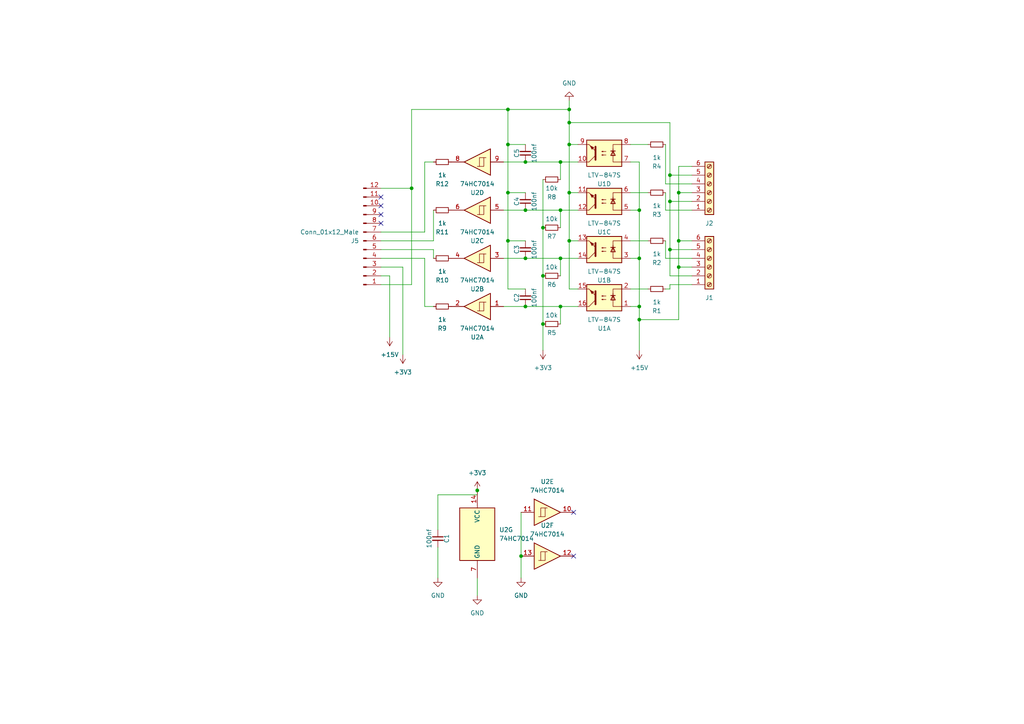
<source format=kicad_sch>
(kicad_sch (version 20230121) (generator eeschema)
  (paper "A4")
  (title_block (title "4 Channel Optocoupled Input with Schmitt Trigger Module") (date "2022-04-17") (rev "V1.2") (company "Torban Consulting") (comment 1 "Torban Peterson") (comment 2 "Cameron Eccleston"))
  (lib_symbols
    (symbol "74HC7014_1"
      (property "Reference" "U2" (at 6.35 1.2701 0))
      (property "Value" "74HC7014_1" (at 6.35 -1.2699 0))
      (symbol "74HC7014_1_1_1"
        (polyline (pts (xy -1.905 -1.27) (xy -1.905 1.27) (xy -0.635 1.27)))
        (polyline (pts (xy -3.81 3.81) (xy -3.81 -3.81) (xy 3.81 0) (xy -3.81 3.81)) (stroke (width 0.254)) (fill (type background)))
        (polyline (pts (xy -2.54 -1.27) (xy -0.635 -1.27) (xy -0.635 1.27) (xy 0 1.27)))
        (pin input line (at -7.62 0 0) (length 3.81) (name "~") (number "1"))
        (pin output line (at 7.62 0 180) (length 3.81) (name "~") (number "2"))
      )
      (symbol "74HC7014_1_2_1"
        (polyline (pts (xy -1.905 -1.27) (xy -1.905 1.27) (xy -0.635 1.27)))
        (polyline (pts (xy -3.81 3.81) (xy -3.81 -3.81) (xy 3.81 0) (xy -3.81 3.81)) (stroke (width 0.254)) (fill (type background)))
        (polyline (pts (xy -2.54 -1.27) (xy -0.635 -1.27) (xy -0.635 1.27) (xy 0 1.27)))
        (pin input line (at -7.62 0 0) (length 3.81) (name "~") (number "3"))
        (pin output line (at 7.62 0 180) (length 3.81) (name "~") (number "4"))
      )
      (symbol "74HC7014_1_3_1"
        (polyline (pts (xy -1.905 -1.27) (xy -1.905 1.27) (xy -0.635 1.27)))
        (polyline (pts (xy -3.81 3.81) (xy -3.81 -3.81) (xy 3.81 0) (xy -3.81 3.81)) (stroke (width 0.254)) (fill (type background)))
        (polyline (pts (xy -2.54 -1.27) (xy -0.635 -1.27) (xy -0.635 1.27) (xy 0 1.27)))
        (pin input line (at -7.62 0 0) (length 3.81) (name "~") (number "5"))
        (pin output line (at 7.62 0 180) (length 3.81) (name "~") (number "6"))
      )
      (symbol "74HC7014_1_4_1"
        (polyline (pts (xy -1.905 -1.27) (xy -1.905 1.27) (xy -0.635 1.27)))
        (polyline (pts (xy -3.81 3.81) (xy -3.81 -3.81) (xy 3.81 0) (xy -3.81 3.81)) (stroke (width 0.254)) (fill (type background)))
        (polyline (pts (xy -2.54 -1.27) (xy -0.635 -1.27) (xy -0.635 1.27) (xy 0 1.27)))
        (pin output line (at 7.62 0 180) (length 3.81) (name "~") (number "8"))
        (pin input line (at -7.62 0 0) (length 3.81) (name "~") (number "9"))
      )
      (symbol "74HC7014_1_5_1"
        (polyline (pts (xy -1.905 -1.27) (xy -1.905 1.27) (xy -0.635 1.27)))
        (polyline (pts (xy -3.81 3.81) (xy -3.81 -3.81) (xy 3.81 0) (xy -3.81 3.81)) (stroke (width 0.254)) (fill (type background)))
        (polyline (pts (xy -2.54 -1.27) (xy -0.635 -1.27) (xy -0.635 1.27) (xy 0 1.27)))
        (pin output line (at 7.62 0 180) (length 3.81) (name "~") (number "10"))
        (pin input line (at -7.62 0 0) (length 3.81) (name "~") (number "11"))
      )
      (symbol "74HC7014_1_6_1"
        (polyline (pts (xy -1.905 -1.27) (xy -1.905 1.27) (xy -0.635 1.27)))
        (polyline (pts (xy -3.81 3.81) (xy -3.81 -3.81) (xy 3.81 0) (xy -3.81 3.81)) (stroke (width 0.254)) (fill (type background)))
        (polyline (pts (xy -2.54 -1.27) (xy -0.635 -1.27) (xy -0.635 1.27) (xy 0 1.27)))
        (pin output line (at 7.62 0 180) (length 3.81) (name "~") (number "12"))
        (pin input line (at -7.62 0 0) (length 3.81) (name "~") (number "13"))
      )
      (symbol "74HC7014_1_7_1"
        (rectangle (start -5.08 7.62) (end 5.08 -7.62) (stroke (width 0.254)) (fill (type background)))
        (pin power_in line (at 0 12.7 270) (length 5.08) (name "VCC") (number "14"))
        (pin power_out line (at 0 -12.7 90) (length 5.08) (name "GND") (number "7"))
      )
    )
    (symbol "74xx:74HC7014"
      (property "Reference" "U" (at 0 1.27 0))
      (property "Value" "74HC7014" (at 0 -1.27 0))
      (symbol "74HC7014_1_1"
        (polyline (pts (xy -1.905 -1.27) (xy -1.905 1.27) (xy -0.635 1.27)))
        (polyline (pts (xy -3.81 3.81) (xy -3.81 -3.81) (xy 3.81 0) (xy -3.81 3.81)) (stroke (width 0.254)) (fill (type background)))
        (polyline (pts (xy -2.54 -1.27) (xy -0.635 -1.27) (xy -0.635 1.27) (xy 0 1.27)))
        (pin input line (at -7.62 0 0) (length 3.81) (name "~") (number "1"))
        (pin output line (at 7.62 0 180) (length 3.81) (name "~") (number "2"))
      )
      (symbol "74HC7014_2_1"
        (polyline (pts (xy -1.905 -1.27) (xy -1.905 1.27) (xy -0.635 1.27)))
        (polyline (pts (xy -3.81 3.81) (xy -3.81 -3.81) (xy 3.81 0) (xy -3.81 3.81)) (stroke (width 0.254)) (fill (type background)))
        (polyline (pts (xy -2.54 -1.27) (xy -0.635 -1.27) (xy -0.635 1.27) (xy 0 1.27)))
        (pin input line (at -7.62 0 0) (length 3.81) (name "~") (number "3"))
        (pin output line (at 7.62 0 180) (length 3.81) (name "~") (number "4"))
      )
      (symbol "74HC7014_3_1"
        (polyline (pts (xy -1.905 -1.27) (xy -1.905 1.27) (xy -0.635 1.27)))
        (polyline (pts (xy -3.81 3.81) (xy -3.81 -3.81) (xy 3.81 0) (xy -3.81 3.81)) (stroke (width 0.254)) (fill (type background)))
        (polyline (pts (xy -2.54 -1.27) (xy -0.635 -1.27) (xy -0.635 1.27) (xy 0 1.27)))
        (pin input line (at -7.62 0 0) (length 3.81) (name "~") (number "5"))
        (pin output line (at 7.62 0 180) (length 3.81) (name "~") (number "6"))
      )
      (symbol "74HC7014_4_1"
        (polyline (pts (xy -1.905 -1.27) (xy -1.905 1.27) (xy -0.635 1.27)))
        (polyline (pts (xy -3.81 3.81) (xy -3.81 -3.81) (xy 3.81 0) (xy -3.81 3.81)) (stroke (width 0.254)) (fill (type background)))
        (polyline (pts (xy -2.54 -1.27) (xy -0.635 -1.27) (xy -0.635 1.27) (xy 0 1.27)))
        (pin output line (at 7.62 0 180) (length 3.81) (name "~") (number "8"))
        (pin input line (at -7.62 0 0) (length 3.81) (name "~") (number "9"))
      )
      (symbol "74HC7014_5_1"
        (polyline (pts (xy -1.905 -1.27) (xy -1.905 1.27) (xy -0.635 1.27)))
        (polyline (pts (xy -3.81 3.81) (xy -3.81 -3.81) (xy 3.81 0) (xy -3.81 3.81)) (stroke (width 0.254)) (fill (type background)))
        (polyline (pts (xy -2.54 -1.27) (xy -0.635 -1.27) (xy -0.635 1.27) (xy 0 1.27)))
        (pin output line (at 7.62 0 180) (length 3.81) (name "~") (number "10"))
        (pin input line (at -7.62 0 0) (length 3.81) (name "~") (number "11"))
      )
      (symbol "74HC7014_6_1"
        (polyline (pts (xy -1.905 -1.27) (xy -1.905 1.27) (xy -0.635 1.27)))
        (polyline (pts (xy -3.81 3.81) (xy -3.81 -3.81) (xy 3.81 0) (xy -3.81 3.81)) (stroke (width 0.254)) (fill (type background)))
        (polyline (pts (xy -2.54 -1.27) (xy -0.635 -1.27) (xy -0.635 1.27) (xy 0 1.27)))
        (pin output line (at 7.62 0 180) (length 3.81) (name "~") (number "12"))
        (pin input line (at -7.62 0 0) (length 3.81) (name "~") (number "13"))
      )
      (symbol "74HC7014_7_1"
        (rectangle (start -5.08 7.62) (end 5.08 -7.62) (stroke (width 0.254)) (fill (type background)))
        (pin power_in line (at 0 12.7 270) (length 5.08) (name "VCC") (number "14"))
        (pin power_in line (at 0 -12.7 90) (length 5.08) (name "GND") (number "7"))
      )
    )
    (symbol "Connector:Conn_01x12_Male" (pin_names (offset 1.016) hide)
      (property "Reference" "J" (at 0 15.24 0))
      (property "Value" "Conn_01x12_Male" (at 0 -17.78 0))
      (symbol "Conn_01x12_Male_1_1"
        (polyline (pts (xy 1.27 -15.24) (xy 0.8636 -15.24)) (stroke (width 0.1524)))
        (polyline (pts (xy 1.27 -12.7) (xy 0.8636 -12.7)) (stroke (width 0.1524)))
        (polyline (pts (xy 1.27 -10.16) (xy 0.8636 -10.16)) (stroke (width 0.1524)))
        (polyline (pts (xy 1.27 -7.62) (xy 0.8636 -7.62)) (stroke (width 0.1524)))
        (polyline (pts (xy 1.27 -5.08) (xy 0.8636 -5.08)) (stroke (width 0.1524)))
        (polyline (pts (xy 1.27 -2.54) (xy 0.8636 -2.54)) (stroke (width 0.1524)))
        (polyline (pts (xy 1.27 0) (xy 0.8636 0)) (stroke (width 0.1524)))
        (polyline (pts (xy 1.27 2.54) (xy 0.8636 2.54)) (stroke (width 0.1524)))
        (polyline (pts (xy 1.27 5.08) (xy 0.8636 5.08)) (stroke (width 0.1524)))
        (polyline (pts (xy 1.27 7.62) (xy 0.8636 7.62)) (stroke (width 0.1524)))
        (polyline (pts (xy 1.27 10.16) (xy 0.8636 10.16)) (stroke (width 0.1524)))
        (polyline (pts (xy 1.27 12.7) (xy 0.8636 12.7)) (stroke (width 0.1524)))
        (rectangle (start 0.8636 -15.113) (end 0 -15.367) (stroke (width 0.1524)) (fill (type outline)))
        (rectangle (start 0.8636 -12.573) (end 0 -12.827) (stroke (width 0.1524)) (fill (type outline)))
        (rectangle (start 0.8636 -10.033) (end 0 -10.287) (stroke (width 0.1524)) (fill (type outline)))
        (rectangle (start 0.8636 -7.493) (end 0 -7.747) (stroke (width 0.1524)) (fill (type outline)))
        (rectangle (start 0.8636 -4.953) (end 0 -5.207) (stroke (width 0.1524)) (fill (type outline)))
        (rectangle (start 0.8636 -2.413) (end 0 -2.667) (stroke (width 0.1524)) (fill (type outline)))
        (rectangle (start 0.8636 0.127) (end 0 -0.127) (stroke (width 0.1524)) (fill (type outline)))
        (rectangle (start 0.8636 2.667) (end 0 2.413) (stroke (width 0.1524)) (fill (type outline)))
        (rectangle (start 0.8636 5.207) (end 0 4.953) (stroke (width 0.1524)) (fill (type outline)))
        (rectangle (start 0.8636 7.747) (end 0 7.493) (stroke (width 0.1524)) (fill (type outline)))
        (rectangle (start 0.8636 10.287) (end 0 10.033) (stroke (width 0.1524)) (fill (type outline)))
        (rectangle (start 0.8636 12.827) (end 0 12.573) (stroke (width 0.1524)) (fill (type outline)))
        (pin passive line (at 5.08 12.7 180) (length 3.81) (name "Pin_1") (number "1"))
        (pin passive line (at 5.08 -10.16 180) (length 3.81) (name "Pin_10") (number "10"))
        (pin passive line (at 5.08 -12.7 180) (length 3.81) (name "Pin_11") (number "11"))
        (pin passive line (at 5.08 -15.24 180) (length 3.81) (name "Pin_12") (number "12"))
        (pin passive line (at 5.08 10.16 180) (length 3.81) (name "Pin_2") (number "2"))
        (pin passive line (at 5.08 7.62 180) (length 3.81) (name "Pin_3") (number "3"))
        (pin passive line (at 5.08 5.08 180) (length 3.81) (name "Pin_4") (number "4"))
        (pin passive line (at 5.08 2.54 180) (length 3.81) (name "Pin_5") (number "5"))
        (pin passive line (at 5.08 0 180) (length 3.81) (name "Pin_6") (number "6"))
        (pin passive line (at 5.08 -2.54 180) (length 3.81) (name "Pin_7") (number "7"))
        (pin passive line (at 5.08 -5.08 180) (length 3.81) (name "Pin_8") (number "8"))
        (pin passive line (at 5.08 -7.62 180) (length 3.81) (name "Pin_9") (number "9"))
      )
    )
    (symbol "Connector:Screw_Terminal_01x06" (pin_names (offset 1.016) hide)
      (property "Reference" "J" (at 0 7.62 0))
      (property "Value" "Screw_Terminal_01x06" (at 0 -10.16 0))
      (symbol "Screw_Terminal_01x06_1_1"
        (rectangle (start -1.27 6.35) (end 1.27 -8.89) (stroke (width 0.254)) (fill (type background)))
        (circle (center 0 -7.62) (radius 0.635) (stroke (width 0.1524)))
        (circle (center 0 -5.08) (radius 0.635) (stroke (width 0.1524)))
        (circle (center 0 -2.54) (radius 0.635) (stroke (width 0.1524)))
        (polyline (pts (xy -0.5334 -7.2898) (xy 0.3302 -8.128)) (stroke (width 0.1524)))
        (polyline (pts (xy -0.5334 -4.7498) (xy 0.3302 -5.588)) (stroke (width 0.1524)))
        (polyline (pts (xy -0.5334 -2.2098) (xy 0.3302 -3.048)) (stroke (width 0.1524)))
        (polyline (pts (xy -0.5334 0.3302) (xy 0.3302 -0.508)) (stroke (width 0.1524)))
        (polyline (pts (xy -0.5334 2.8702) (xy 0.3302 2.032)) (stroke (width 0.1524)))
        (polyline (pts (xy -0.5334 5.4102) (xy 0.3302 4.572)) (stroke (width 0.1524)))
        (polyline (pts (xy -0.3556 -7.112) (xy 0.508 -7.9502)) (stroke (width 0.1524)))
        (polyline (pts (xy -0.3556 -4.572) (xy 0.508 -5.4102)) (stroke (width 0.1524)))
        (polyline (pts (xy -0.3556 -2.032) (xy 0.508 -2.8702)) (stroke (width 0.1524)))
        (polyline (pts (xy -0.3556 0.508) (xy 0.508 -0.3302)) (stroke (width 0.1524)))
        (polyline (pts (xy -0.3556 3.048) (xy 0.508 2.2098)) (stroke (width 0.1524)))
        (polyline (pts (xy -0.3556 5.588) (xy 0.508 4.7498)) (stroke (width 0.1524)))
        (circle (center 0 0) (radius 0.635) (stroke (width 0.1524)))
        (circle (center 0 2.54) (radius 0.635) (stroke (width 0.1524)))
        (circle (center 0 5.08) (radius 0.635) (stroke (width 0.1524)))
        (pin passive line (at -5.08 5.08 0) (length 3.81) (name "Pin_1") (number "1"))
        (pin passive line (at -5.08 2.54 0) (length 3.81) (name "Pin_2") (number "2"))
        (pin passive line (at -5.08 0 0) (length 3.81) (name "Pin_3") (number "3"))
        (pin passive line (at -5.08 -2.54 0) (length 3.81) (name "Pin_4") (number "4"))
        (pin passive line (at -5.08 -5.08 0) (length 3.81) (name "Pin_5") (number "5"))
        (pin passive line (at -5.08 -7.62 0) (length 3.81) (name "Pin_6") (number "6"))
      )
    )
    (symbol "Device:C_Small" (pin_numbers hide) (pin_names (offset 0.254) hide)
      (property "Reference" "C" (at 0.254 1.778 0))
      (property "Value" "C_Small" (at 0.254 -2.032 0))
      (symbol "C_Small_0_1"
        (polyline (pts (xy -1.524 -0.508) (xy 1.524 -0.508)) (stroke (width 0.3302)))
        (polyline (pts (xy -1.524 0.508) (xy 1.524 0.508)) (stroke (width 0.3048)))
      )
      (symbol "C_Small_1_1"
        (pin passive line (at 0 2.54 270) (length 2.032) (name "~") (number "1"))
        (pin passive line (at 0 -2.54 90) (length 2.032) (name "~") (number "2"))
      )
    )
    (symbol "Device:R_Small" (pin_numbers hide) (pin_names (offset 0.254) hide)
      (property "Reference" "R" (at 0.762 0.508 0))
      (property "Value" "R_Small" (at 0.762 -1.016 0))
      (symbol "R_Small_0_1"
        (rectangle (start -0.762 1.778) (end 0.762 -1.778) (stroke (width 0.2032)))
      )
      (symbol "R_Small_1_1"
        (pin passive line (at 0 2.54 270) (length 0.762) (name "~") (number "1"))
        (pin passive line (at 0 -2.54 90) (length 0.762) (name "~") (number "2"))
      )
    )
    (symbol "Isolator:LTV-847S" (pin_names (offset 1.016))
      (property "Reference" "U" (at -3.81 5.08 0))
      (property "Value" "LTV-847S" (at 0 -5.08 0))
      (symbol "LTV-847S_0_1"
        (rectangle (start -5.08 3.81) (end 5.08 -3.81) (stroke (width 0.254)) (fill (type background)))
        (polyline (pts (xy -3.175 -0.635) (xy -1.905 -0.635)) (stroke (width 0.254)))
        (polyline (pts (xy 2.54 0.635) (xy 4.445 2.54)))
        (polyline (pts (xy 4.445 -2.54) (xy 2.54 -0.635)) (fill (type outline)))
        (polyline (pts (xy 4.445 -2.54) (xy 5.08 -2.54)))
        (polyline (pts (xy 4.445 2.54) (xy 5.08 2.54)))
        (polyline (pts (xy -2.54 -0.635) (xy -2.54 -2.54) (xy -5.08 -2.54)))
        (polyline (pts (xy 2.54 1.905) (xy 2.54 -1.905) (xy 2.54 -1.905)) (stroke (width 0.508)))
        (polyline (pts (xy -5.08 2.54) (xy -2.54 2.54) (xy -2.54 -1.27) (xy -2.54 0.635)))
        (polyline (pts (xy -2.54 -0.635) (xy -3.175 0.635) (xy -1.905 0.635) (xy -2.54 -0.635)) (stroke (width 0.254)))
        (polyline (pts (xy -0.508 -0.508) (xy 0.762 -0.508) (xy 0.381 -0.635) (xy 0.381 -0.381) (xy 0.762 -0.508)))
        (polyline (pts (xy -0.508 0.508) (xy 0.762 0.508) (xy 0.381 0.381) (xy 0.381 0.635) (xy 0.762 0.508)))
        (polyline (pts (xy 3.048 -1.651) (xy 3.556 -1.143) (xy 4.064 -2.159) (xy 3.048 -1.651) (xy 3.048 -1.651)) (fill (type outline)))
      )
      (symbol "LTV-847S_1_1"
        (pin passive line (at -7.62 2.54 0) (length 2.54) (name "~") (number "1"))
        (pin passive line (at 7.62 -2.54 180) (length 2.54) (name "~") (number "15"))
        (pin passive line (at 7.62 2.54 180) (length 2.54) (name "~") (number "16"))
        (pin passive line (at -7.62 -2.54 0) (length 2.54) (name "~") (number "2"))
      )
      (symbol "LTV-847S_2_1"
        (pin passive line (at 7.62 -2.54 180) (length 2.54) (name "~") (number "13"))
        (pin passive line (at 7.62 2.54 180) (length 2.54) (name "~") (number "14"))
        (pin passive line (at -7.62 2.54 0) (length 2.54) (name "~") (number "3"))
        (pin passive line (at -7.62 -2.54 0) (length 2.54) (name "~") (number "4"))
      )
      (symbol "LTV-847S_3_1"
        (pin passive line (at 7.62 -2.54 180) (length 2.54) (name "~") (number "11"))
        (pin passive line (at 7.62 2.54 180) (length 2.54) (name "~") (number "12"))
        (pin passive line (at -7.62 2.54 0) (length 2.54) (name "~") (number "5"))
        (pin passive line (at -7.62 -2.54 0) (length 2.54) (name "~") (number "6"))
      )
      (symbol "LTV-847S_4_1"
        (pin passive line (at 7.62 2.54 180) (length 2.54) (name "~") (number "10"))
        (pin passive line (at -7.62 2.54 0) (length 2.54) (name "~") (number "7"))
        (pin passive line (at -7.62 -2.54 0) (length 2.54) (name "~") (number "8"))
        (pin passive line (at 7.62 -2.54 180) (length 2.54) (name "~") (number "9"))
      )
    )
    (symbol "power:+15V" (power) (pin_names (offset 0))
      (property "Value" "+15V" (at 0 3.556 0))
      (symbol "+15V_0_1"
        (polyline (pts (xy -0.762 1.27) (xy 0 2.54)))
        (polyline (pts (xy 0 0) (xy 0 2.54)))
        (polyline (pts (xy 0 2.54) (xy 0.762 1.27)))
      )
      (symbol "+15V_1_1"
        (pin power_in line (at 0 0 90) (length 0) hide (name "+15V") (number "1"))
      )
    )
    (symbol "power:+3V3" (power) (pin_names (offset 0))
      (property "Value" "+3V3" (at 0 3.556 0))
      (symbol "+3V3_0_1"
        (polyline (pts (xy -0.762 1.27) (xy 0 2.54)))
        (polyline (pts (xy 0 0) (xy 0 2.54)))
        (polyline (pts (xy 0 2.54) (xy 0.762 1.27)))
      )
      (symbol "+3V3_1_1"
        (pin power_in line (at 0 0 90) (length 0) hide (name "+3V3") (number "1"))
      )
    )
    (symbol "power:GND" (power) (pin_names (offset 0))
      (property "Value" "GND" (at 0 -3.81 0))
      (symbol "GND_0_1"
        (polyline (pts (xy 0 0) (xy 0 -1.27) (xy 1.27 -1.27) (xy 0 -2.54) (xy -1.27 -1.27) (xy 0 -1.27)))
      )
      (symbol "GND_1_1"
        (pin power_in line (at 0 0 270) (length 0) hide (name "GND") (number "1"))
      )
    )
  )
  (junction (at 165.1 31.75))
  (junction (at 196.85 77.47))
  (junction (at 185.42 60.96))
  (junction (at 165.1 69.85))
  (junction (at 147.32 41.91))
  (junction (at 152.4 60.96))
  (junction (at 185.42 92.71))
  (junction (at 162.56 74.93))
  (junction (at 194.31 50.8))
  (junction (at 194.31 72.39))
  (junction (at 147.32 55.88))
  (junction (at 185.42 88.9))
  (junction (at 162.56 60.96))
  (junction (at 119.38 54.61))
  (junction (at 147.32 69.85))
  (junction (at 162.56 88.9))
  (junction (at 196.85 55.88))
  (junction (at 152.4 46.99))
  (junction (at 138.43 142.24))
  (junction (at 152.4 74.93))
  (junction (at 157.48 93.98))
  (junction (at 157.48 80.01))
  (junction (at 185.42 74.93))
  (junction (at 157.48 66.04))
  (junction (at 165.1 55.88))
  (junction (at 194.31 58.42))
  (junction (at 165.1 35.56))
  (junction (at 162.56 46.99))
  (junction (at 151.13 161.29))
  (junction (at 165.1 41.91))
  (junction (at 152.4 88.9))
  (junction (at 196.85 69.85))
  (junction (at 147.32 31.75))
  (no_connect (at 110.49 62.23))
  (no_connect (at 166.37 161.29))
  (no_connect (at 110.49 59.69))
  (no_connect (at 110.49 57.15))
  (no_connect (at 166.37 148.59))
  (no_connect (at 110.49 64.77))
  (wire (pts (xy 185.42 101.6) (xy 185.42 92.71)))
  (wire (pts (xy 157.48 80.01) (xy 157.48 66.04)))
  (wire (pts (xy 193.04 83.82) (xy 194.31 83.82)))
  (wire (pts (xy 152.4 83.82) (xy 147.32 83.82)))
  (wire (pts (xy 123.19 74.93) (xy 110.49 74.93)))
  (wire (pts (xy 147.32 41.91) (xy 147.32 31.75)))
  (wire (pts (xy 200.66 55.88) (xy 196.85 55.88)))
  (wire (pts (xy 125.73 69.85) (xy 110.49 69.85)))
  (wire (pts (xy 125.73 88.9) (xy 123.19 88.9)))
  (wire (pts (xy 194.31 80.01) (xy 194.31 72.39)))
  (wire (pts (xy 162.56 88.9) (xy 152.4 88.9)))
  (wire (pts (xy 123.19 67.31) (xy 110.49 67.31)))
  (wire (pts (xy 127 153.67) (xy 127 143.51)))
  (wire (pts (xy 113.03 97.79) (xy 113.03 80.01)))
  (wire (pts (xy 194.31 58.42) (xy 194.31 50.8)))
  (wire (pts (xy 194.31 72.39) (xy 194.31 58.42)))
  (wire (pts (xy 200.66 53.34) (xy 193.04 53.34)))
  (wire (pts (xy 167.64 69.85) (xy 165.1 69.85)))
  (wire (pts (xy 194.31 82.55) (xy 200.66 82.55)))
  (wire (pts (xy 138.43 167.64) (xy 138.43 172.72)))
  (wire (pts (xy 200.66 74.93) (xy 193.04 74.93)))
  (wire (pts (xy 187.96 83.82) (xy 182.88 83.82)))
  (wire (pts (xy 167.64 46.99) (xy 162.56 46.99)))
  (wire (pts (xy 162.56 60.96) (xy 152.4 60.96)))
  (wire (pts (xy 194.31 50.8) (xy 194.31 35.56)))
  (wire (pts (xy 162.56 93.98) (xy 162.56 88.9)))
  (wire (pts (xy 167.64 83.82) (xy 165.1 83.82)))
  (wire (pts (xy 185.42 60.96) (xy 182.88 60.96)))
  (wire (pts (xy 119.38 54.61) (xy 119.38 31.75)))
  (wire (pts (xy 200.66 77.47) (xy 196.85 77.47)))
  (wire (pts (xy 127 158.75) (xy 127 167.64)))
  (wire (pts (xy 185.42 46.99) (xy 182.88 46.99)))
  (wire (pts (xy 200.66 80.01) (xy 194.31 80.01)))
  (wire (pts (xy 196.85 69.85) (xy 196.85 77.47)))
  (wire (pts (xy 157.48 66.04) (xy 157.48 52.07)))
  (wire (pts (xy 200.66 58.42) (xy 194.31 58.42)))
  (wire (pts (xy 125.73 60.96) (xy 125.73 69.85)))
  (wire (pts (xy 196.85 77.47) (xy 196.85 92.71)))
  (wire (pts (xy 152.4 41.91) (xy 147.32 41.91)))
  (wire (pts (xy 185.42 74.93) (xy 182.88 74.93)))
  (wire (pts (xy 196.85 55.88) (xy 196.85 69.85)))
  (wire (pts (xy 138.43 143.51) (xy 138.43 142.24)))
  (wire (pts (xy 185.42 88.9) (xy 185.42 74.93)))
  (wire (pts (xy 193.04 69.85) (xy 193.04 74.93)))
  (wire (pts (xy 110.49 82.55) (xy 119.38 82.55)))
  (wire (pts (xy 125.73 72.39) (xy 110.49 72.39)))
  (wire (pts (xy 165.1 35.56) (xy 165.1 31.75)))
  (wire (pts (xy 167.64 41.91) (xy 165.1 41.91)))
  (wire (pts (xy 185.42 92.71) (xy 185.42 88.9)))
  (wire (pts (xy 152.4 88.9) (xy 146.05 88.9)))
  (wire (pts (xy 152.4 46.99) (xy 146.05 46.99)))
  (wire (pts (xy 162.56 74.93) (xy 162.56 80.01)))
  (wire (pts (xy 162.56 60.96) (xy 162.56 66.04)))
  (wire (pts (xy 165.1 31.75) (xy 147.32 31.75)))
  (wire (pts (xy 147.32 83.82) (xy 147.32 69.85)))
  (wire (pts (xy 167.64 55.88) (xy 165.1 55.88)))
  (wire (pts (xy 125.73 74.93) (xy 125.73 72.39)))
  (wire (pts (xy 123.19 46.99) (xy 123.19 67.31)))
  (wire (pts (xy 165.1 55.88) (xy 165.1 41.91)))
  (wire (pts (xy 123.19 88.9) (xy 123.19 74.93)))
  (wire (pts (xy 147.32 55.88) (xy 147.32 41.91)))
  (wire (pts (xy 165.1 83.82) (xy 165.1 69.85)))
  (wire (pts (xy 127 143.51) (xy 138.43 143.51)))
  (wire (pts (xy 194.31 83.82) (xy 194.31 82.55)))
  (wire (pts (xy 157.48 93.98) (xy 157.48 80.01)))
  (wire (pts (xy 167.64 60.96) (xy 162.56 60.96)))
  (wire (pts (xy 185.42 88.9) (xy 182.88 88.9)))
  (wire (pts (xy 200.66 50.8) (xy 194.31 50.8)))
  (wire (pts (xy 185.42 74.93) (xy 185.42 60.96)))
  (wire (pts (xy 200.66 72.39) (xy 194.31 72.39)))
  (wire (pts (xy 193.04 41.91) (xy 193.04 53.34)))
  (wire (pts (xy 200.66 69.85) (xy 196.85 69.85)))
  (wire (pts (xy 167.64 88.9) (xy 162.56 88.9)))
  (wire (pts (xy 116.84 77.47) (xy 110.49 77.47)))
  (wire (pts (xy 165.1 69.85) (xy 165.1 55.88)))
  (wire (pts (xy 157.48 101.6) (xy 157.48 93.98)))
  (wire (pts (xy 187.96 55.88) (xy 182.88 55.88)))
  (wire (pts (xy 200.66 60.96) (xy 193.04 60.96)))
  (wire (pts (xy 165.1 31.75) (xy 165.1 29.21)))
  (wire (pts (xy 200.66 48.26) (xy 196.85 48.26)))
  (wire (pts (xy 193.04 55.88) (xy 193.04 60.96)))
  (wire (pts (xy 165.1 41.91) (xy 165.1 35.56)))
  (wire (pts (xy 119.38 82.55) (xy 119.38 54.61)))
  (wire (pts (xy 152.4 55.88) (xy 147.32 55.88)))
  (wire (pts (xy 185.42 60.96) (xy 185.42 46.99)))
  (wire (pts (xy 151.13 161.29) (xy 151.13 167.64)))
  (wire (pts (xy 152.4 74.93) (xy 146.05 74.93)))
  (wire (pts (xy 194.31 35.56) (xy 165.1 35.56)))
  (wire (pts (xy 113.03 80.01) (xy 110.49 80.01)))
  (wire (pts (xy 162.56 46.99) (xy 162.56 52.07)))
  (wire (pts (xy 162.56 74.93) (xy 152.4 74.93)))
  (wire (pts (xy 196.85 48.26) (xy 196.85 55.88)))
  (wire (pts (xy 167.64 74.93) (xy 162.56 74.93)))
  (wire (pts (xy 196.85 92.71) (xy 185.42 92.71)))
  (wire (pts (xy 187.96 69.85) (xy 182.88 69.85)))
  (wire (pts (xy 152.4 60.96) (xy 146.05 60.96)))
  (wire (pts (xy 147.32 31.75) (xy 119.38 31.75)))
  (wire (pts (xy 152.4 69.85) (xy 147.32 69.85)))
  (wire (pts (xy 119.38 54.61) (xy 110.49 54.61)))
  (wire (pts (xy 162.56 46.99) (xy 152.4 46.99)))
  (wire (pts (xy 151.13 148.59) (xy 151.13 161.29)))
  (wire (pts (xy 147.32 69.85) (xy 147.32 55.88)))
  (wire (pts (xy 125.73 46.99) (xy 123.19 46.99)))
  (wire (pts (xy 187.96 41.91) (xy 182.88 41.91)))
  (wire (pts (xy 116.84 102.87) (xy 116.84 77.47)))
  (symbol (lib_id "Device:R_Small") (at 190.5 83.82 90) (unit 1)
    (property "Reference" "R1" (at 190.5 90.17 90))
    (property "Value" "1k" (at 190.5 87.63 90))
    (property "Footprint" "Resistor_SMD:R_0603_1608Metric_Pad0.98x0.95mm_HandSolder" (effects hide))
  )
  (symbol (lib_id "power:GND") (at 138.43 172.72 0) (unit 1)
    (property "Reference" "#PWR0103" (effects hide))
    (property "Value" "GND" (at 138.43 177.8 0))
  )
  (symbol (lib_id "power:+3V3") (at 138.43 142.24 0) (unit 1)
    (property "Reference" "#PWR0107" (effects hide))
    (property "Value" "+3V3" (at 138.43 137.16 0))
  )
  (symbol (lib_id "Device:R_Small") (at 128.27 74.93 90) (unit 1)
    (property "Reference" "R10" (at 128.27 81.28 90))
    (property "Value" "1k" (at 128.27 78.74 90))
    (property "Footprint" "Resistor_SMD:R_0603_1608Metric_Pad0.98x0.95mm_HandSolder" (effects hide))
  )
  (symbol (lib_id "Device:R_Small") (at 128.27 60.96 90) (unit 1)
    (property "Reference" "R11" (at 128.27 67.31 90))
    (property "Value" "1k" (at 128.27 64.77 90))
    (property "Footprint" "Resistor_SMD:R_0603_1608Metric_Pad0.98x0.95mm_HandSolder" (effects hide))
  )
  (symbol (lib_id "power:GND") (at 151.13 167.64 0) (unit 1)
    (property "Reference" "#PWR0105" (effects hide))
    (property "Value" "GND" (at 151.13 172.72 0))
  )
  (symbol (lib_id "Device:C_Small") (at 152.4 86.36 180) (unit 1)
    (property "Reference" "C2" (at 149.86 86.36 90))
    (property "Value" "100nf" (at 154.94 86.36 90))
    (property "Footprint" "Capacitor_SMD:C_0603_1608Metric_Pad1.08x0.95mm_HandSolder" (effects hide))
  )
  (symbol (lib_id "Device:R_Small") (at 190.5 55.88 90) (unit 1)
    (property "Reference" "R3" (at 190.5 62.23 90))
    (property "Value" "1k" (at 190.5 59.69 90))
    (property "Footprint" "Resistor_SMD:R_0603_1608Metric_Pad0.98x0.95mm_HandSolder" (effects hide))
  )
  (symbol (lib_id "Isolator:LTV-847S") (at 175.26 44.45 180) (unit 4)
    (property "Reference" "U1" (at 175.26 53.34 0))
    (property "Value" "LTV-847S" (at 175.26 50.8 0))
    (property "Footprint" "Package_DIP:SMDIP-16_W9.53mm" (effects hide))
    (property "Datasheet" "http://www.us.liteon.com/downloads/LTV-817-827-847.PDF" (effects hide))
  )
  (symbol (lib_id "Device:C_Small") (at 152.4 44.45 180) (unit 1)
    (property "Reference" "C5" (at 149.86 44.45 90))
    (property "Value" "100nf" (at 154.94 44.45 90))
    (property "Footprint" "Capacitor_SMD:C_0603_1608Metric_Pad1.08x0.95mm_HandSolder" (effects hide))
  )
  (symbol (lib_id "74xx:74HC7014") (at 158.75 161.29 0) (unit 6)
    (property "Reference" "U2" (at 158.75 152.4 0))
    (property "Value" "74HC7014" (at 158.75 154.94 0))
    (property "Footprint" "Package_SO:SO-14_3.9x8.65mm_P1.27mm" (effects hide))
    (property "Datasheet" "https://assets.nexperia.com/documents/data-sheet/74HC7014.pdf" (effects hide))
  )
  (symbol (lib_name "74HC7014_1") (lib_id "74xx:74HC7014") (at 138.43 154.94 0) (unit 7)
    (property "Reference" "U2" (at 144.78 153.6699 0) (effects (justify left)))
    (property "Value" "74HC7014" (at 144.78 156.2099 0) (effects (justify left)))
    (property "Footprint" "Package_SO:SO-14_3.9x8.65mm_P1.27mm" (effects hide))
    (property "Datasheet" "https://assets.nexperia.com/documents/data-sheet/74HC7014.pdf" (effects hide))
  )
  (symbol (lib_id "Device:R_Small") (at 160.02 80.01 90) (unit 1)
    (property "Reference" "R6" (at 160.02 82.55 90))
    (property "Value" "10k" (at 160.02 77.47 90))
    (property "Footprint" "Resistor_SMD:R_0603_1608Metric_Pad0.98x0.95mm_HandSolder" (effects hide))
  )
  (symbol (lib_id "74xx:74HC7014") (at 138.43 46.99 180) (unit 4)
    (property "Reference" "U2" (at 138.43 55.88 0))
    (property "Value" "74HC7014" (at 138.43 53.34 0))
    (property "Footprint" "Package_SO:SO-14_3.9x8.65mm_P1.27mm" (effects hide))
    (property "Datasheet" "https://assets.nexperia.com/documents/data-sheet/74HC7014.pdf" (effects hide))
  )
  (symbol (lib_id "Connector:Screw_Terminal_01x06") (at 205.74 55.88 0) (mirror x) (unit 1)
    (property "Reference" "J2" (at 205.74 64.77 0))
    (property "Value" "Screw_Terminal_01x06" (effects hide))
    (property "Footprint" "User Library:2x3 screw terminal3.5mm" (effects hide))
  )
  (symbol (lib_id "Device:R_Small") (at 160.02 66.04 90) (unit 1)
    (property "Reference" "R7" (at 160.02 68.58 90))
    (property "Value" "10k" (at 160.02 63.5 90))
    (property "Footprint" "Resistor_SMD:R_0603_1608Metric_Pad0.98x0.95mm_HandSolder" (effects hide))
  )
  (symbol (lib_id "Connector:Conn_01x12_Male") (at 105.41 69.85 0) (mirror x) (unit 1)
    (property "Reference" "J5" (at 104.14 69.8501 0) (effects (justify right)))
    (property "Value" "Conn_01x12_Male" (at 104.14 67.3101 0) (effects (justify right)))
    (property "Footprint" "Connector_PinHeader_2.54mm:PinHeader_1x12_P2.54mm_Vertical" (effects hide))
  )
  (symbol (lib_id "Device:R_Small") (at 160.02 52.07 90) (unit 1)
    (property "Reference" "R8" (at 160.02 57.15 90))
    (property "Value" "10k" (at 160.02 54.61 90))
    (property "Footprint" "Resistor_SMD:R_0603_1608Metric_Pad0.98x0.95mm_HandSolder" (effects hide))
  )
  (symbol (lib_id "power:+3V3") (at 116.84 102.87 180) (unit 1)
    (property "Reference" "#PWR0109" (effects hide))
    (property "Value" "+3V3" (at 116.84 107.95 0))
  )
  (symbol (lib_id "74xx:74HC7014") (at 138.43 74.93 180) (unit 2)
    (property "Reference" "U2" (at 138.43 83.82 0))
    (property "Value" "74HC7014" (at 138.43 81.28 0))
    (property "Footprint" "Package_SO:SO-14_3.9x8.65mm_P1.27mm" (effects hide))
    (property "Datasheet" "https://assets.nexperia.com/documents/data-sheet/74HC7014.pdf" (effects hide))
  )
  (symbol (lib_id "Connector:Screw_Terminal_01x06") (at 205.74 77.47 0) (mirror x) (unit 1)
    (property "Reference" "J1" (at 205.74 86.36 0))
    (property "Value" "Screw_Terminal_01x06" (effects hide))
    (property "Footprint" "User Library:2x3 screw terminal3.5mm" (effects hide))
  )
  (symbol (lib_id "Device:R_Small") (at 128.27 46.99 90) (unit 1)
    (property "Reference" "R12" (at 128.27 53.34 90))
    (property "Value" "1k" (at 128.27 50.8 90))
    (property "Footprint" "Resistor_SMD:R_0603_1608Metric_Pad0.98x0.95mm_HandSolder" (effects hide))
  )
  (symbol (lib_id "power:+15V") (at 113.03 97.79 180) (unit 1)
    (property "Reference" "#PWR0108" (effects hide))
    (property "Value" "+15V" (at 113.03 102.87 0))
  )
  (symbol (lib_id "Isolator:LTV-847S") (at 175.26 72.39 180) (unit 2)
    (property "Reference" "U1" (at 175.26 81.28 0))
    (property "Value" "LTV-847S" (at 175.26 78.74 0))
    (property "Footprint" "Package_DIP:SMDIP-16_W9.53mm" (effects hide))
    (property "Datasheet" "http://www.us.liteon.com/downloads/LTV-817-827-847.PDF" (effects hide))
  )
  (symbol (lib_id "Device:R_Small") (at 190.5 69.85 90) (unit 1)
    (property "Reference" "R2" (at 190.5 76.2 90))
    (property "Value" "1k" (at 190.5 73.66 90))
    (property "Footprint" "Resistor_SMD:R_0603_1608Metric_Pad0.98x0.95mm_HandSolder" (effects hide))
  )
  (symbol (lib_id "74xx:74HC7014") (at 138.43 88.9 180) (unit 1)
    (property "Reference" "U2" (at 138.43 97.79 0))
    (property "Value" "74HC7014" (at 138.43 95.25 0))
    (property "Footprint" "Package_SO:SO-14_3.9x8.65mm_P1.27mm" (effects hide))
    (property "Datasheet" "https://assets.nexperia.com/documents/data-sheet/74HC7014.pdf" (effects hide))
  )
  (symbol (lib_id "power:+15V") (at 185.42 101.6 180) (unit 1)
    (property "Reference" "#PWR0102" (effects hide))
    (property "Value" "+15V" (at 185.42 106.68 0))
  )
  (symbol (lib_id "power:GND") (at 127 167.64 0) (unit 1)
    (property "Reference" "#PWR0104" (effects hide))
    (property "Value" "GND" (at 127 172.72 0))
  )
  (symbol (lib_id "Device:R_Small") (at 160.02 93.98 90) (unit 1)
    (property "Reference" "R5" (at 160.02 96.52 90))
    (property "Value" "10k" (at 160.02 91.44 90))
    (property "Footprint" "Resistor_SMD:R_0603_1608Metric_Pad0.98x0.95mm_HandSolder" (effects hide))
  )
  (symbol (lib_id "74xx:74HC7014") (at 158.75 148.59 0) (unit 5)
    (property "Reference" "U2" (at 158.75 139.7 0))
    (property "Value" "74HC7014" (at 158.75 142.24 0))
    (property "Footprint" "Package_SO:SO-14_3.9x8.65mm_P1.27mm" (effects hide))
    (property "Datasheet" "https://assets.nexperia.com/documents/data-sheet/74HC7014.pdf" (effects hide))
  )
  (symbol (lib_id "power:+3V3") (at 157.48 101.6 180) (unit 1)
    (property "Reference" "#PWR0101" (effects hide))
    (property "Value" "+3V3" (at 157.48 106.68 0))
  )
  (symbol (lib_id "Isolator:LTV-847S") (at 175.26 58.42 180) (unit 3)
    (property "Reference" "U1" (at 175.26 67.31 0))
    (property "Value" "LTV-847S" (at 175.26 64.77 0))
    (property "Footprint" "Package_DIP:SMDIP-16_W9.53mm" (effects hide))
    (property "Datasheet" "http://www.us.liteon.com/downloads/LTV-817-827-847.PDF" (effects hide))
  )
  (symbol (lib_id "Device:C_Small") (at 152.4 72.39 180) (unit 1)
    (property "Reference" "C3" (at 149.86 72.39 90))
    (property "Value" "100nf" (at 154.94 72.39 90))
    (property "Footprint" "Capacitor_SMD:C_0603_1608Metric_Pad1.08x0.95mm_HandSolder" (effects hide))
  )
  (symbol (lib_id "74xx:74HC7014") (at 138.43 60.96 180) (unit 3)
    (property "Reference" "U2" (at 138.43 69.85 0))
    (property "Value" "74HC7014" (at 138.43 67.31 0))
    (property "Footprint" "Package_SO:SO-14_3.9x8.65mm_P1.27mm" (effects hide))
    (property "Datasheet" "https://assets.nexperia.com/documents/data-sheet/74HC7014.pdf" (effects hide))
  )
  (symbol (lib_id "Device:C_Small") (at 127 156.21 0) (unit 1)
    (property "Reference" "C1" (at 129.54 156.21 90))
    (property "Value" "100nf" (at 124.46 156.21 90))
    (property "Footprint" "Capacitor_SMD:C_0603_1608Metric_Pad1.08x0.95mm_HandSolder" (effects hide))
  )
  (symbol (lib_id "power:GND") (at 165.1 29.21 180) (unit 1)
    (property "Reference" "#PWR0106" (effects hide))
    (property "Value" "GND" (at 165.1 24.13 0))
  )
  (symbol (lib_id "Device:R_Small") (at 190.5 41.91 90) (unit 1)
    (property "Reference" "R4" (at 190.5 48.26 90))
    (property "Value" "1k" (at 190.5 45.72 90))
    (property "Footprint" "Resistor_SMD:R_0603_1608Metric_Pad0.98x0.95mm_HandSolder" (effects hide))
  )
  (symbol (lib_id "Isolator:LTV-847S") (at 175.26 86.36 180) (unit 1)
    (property "Reference" "U1" (at 175.26 95.25 0))
    (property "Value" "LTV-847S" (at 175.26 92.71 0))
    (property "Footprint" "Package_DIP:SMDIP-16_W9.53mm" (effects hide))
    (property "Datasheet" "http://www.us.liteon.com/downloads/LTV-817-827-847.PDF" (effects hide))
  )
  (symbol (lib_id "Device:C_Small") (at 152.4 58.42 180) (unit 1)
    (property "Reference" "C4" (at 149.86 58.42 90))
    (property "Value" "100nf" (at 154.94 58.42 90))
    (property "Footprint" "Capacitor_SMD:C_0603_1608Metric_Pad1.08x0.95mm_HandSolder" (effects hide))
  )
  (symbol (lib_id "Device:R_Small") (at 128.27 88.9 90) (unit 1)
    (property "Reference" "R9" (at 128.27 95.25 90))
    (property "Value" "1k" (at 128.27 92.71 90))
    (property "Footprint" "Resistor_SMD:R_0603_1608Metric_Pad0.98x0.95mm_HandSolder" (effects hide))
  )
)
</source>
